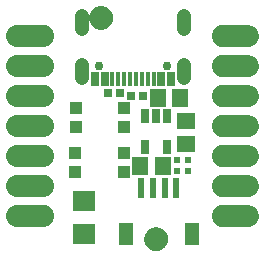
<source format=gbr>
G04 EAGLE Gerber RS-274X export*
G75*
%MOMM*%
%FSLAX34Y34*%
%LPD*%
%INSoldermask Top*%
%IPPOS*%
%AMOC8*
5,1,8,0,0,1.08239X$1,22.5*%
G01*
%ADD10C,1.101600*%
%ADD11C,0.469900*%
%ADD12R,1.341600X1.601600*%
%ADD13R,1.001600X1.001600*%
%ADD14R,0.676600X1.251600*%
%ADD15R,0.376600X1.251600*%
%ADD16C,1.209600*%
%ADD17C,0.751600*%
%ADD18R,0.701600X0.701600*%
%ADD19C,1.879600*%
%ADD20C,1.879600*%
%ADD21R,0.601600X1.651600*%
%ADD22R,1.301600X1.901600*%
%ADD23R,0.651600X1.301600*%
%ADD24R,0.601600X0.601600*%
%ADD25R,1.601600X1.341600*%
%ADD26R,1.901600X1.701600*%


D10*
X61976Y194945D03*
D11*
X61976Y202445D02*
X61795Y202443D01*
X61614Y202436D01*
X61433Y202425D01*
X61252Y202410D01*
X61072Y202390D01*
X60892Y202366D01*
X60713Y202338D01*
X60535Y202305D01*
X60358Y202268D01*
X60181Y202227D01*
X60006Y202182D01*
X59831Y202132D01*
X59658Y202078D01*
X59487Y202020D01*
X59316Y201958D01*
X59148Y201891D01*
X58981Y201821D01*
X58815Y201747D01*
X58652Y201668D01*
X58491Y201586D01*
X58331Y201500D01*
X58174Y201410D01*
X58019Y201316D01*
X57866Y201219D01*
X57716Y201117D01*
X57568Y201013D01*
X57422Y200904D01*
X57280Y200793D01*
X57140Y200677D01*
X57003Y200559D01*
X56868Y200437D01*
X56737Y200312D01*
X56609Y200184D01*
X56484Y200053D01*
X56362Y199918D01*
X56244Y199781D01*
X56128Y199641D01*
X56017Y199499D01*
X55908Y199353D01*
X55804Y199205D01*
X55702Y199055D01*
X55605Y198902D01*
X55511Y198747D01*
X55421Y198590D01*
X55335Y198430D01*
X55253Y198269D01*
X55174Y198106D01*
X55100Y197940D01*
X55030Y197773D01*
X54963Y197605D01*
X54901Y197434D01*
X54843Y197263D01*
X54789Y197090D01*
X54739Y196915D01*
X54694Y196740D01*
X54653Y196563D01*
X54616Y196386D01*
X54583Y196208D01*
X54555Y196029D01*
X54531Y195849D01*
X54511Y195669D01*
X54496Y195488D01*
X54485Y195307D01*
X54478Y195126D01*
X54476Y194945D01*
X61976Y202445D02*
X62157Y202443D01*
X62338Y202436D01*
X62519Y202425D01*
X62700Y202410D01*
X62880Y202390D01*
X63060Y202366D01*
X63239Y202338D01*
X63417Y202305D01*
X63594Y202268D01*
X63771Y202227D01*
X63946Y202182D01*
X64121Y202132D01*
X64294Y202078D01*
X64465Y202020D01*
X64636Y201958D01*
X64804Y201891D01*
X64971Y201821D01*
X65137Y201747D01*
X65300Y201668D01*
X65461Y201586D01*
X65621Y201500D01*
X65778Y201410D01*
X65933Y201316D01*
X66086Y201219D01*
X66236Y201117D01*
X66384Y201013D01*
X66530Y200904D01*
X66672Y200793D01*
X66812Y200677D01*
X66949Y200559D01*
X67084Y200437D01*
X67215Y200312D01*
X67343Y200184D01*
X67468Y200053D01*
X67590Y199918D01*
X67708Y199781D01*
X67824Y199641D01*
X67935Y199499D01*
X68044Y199353D01*
X68148Y199205D01*
X68250Y199055D01*
X68347Y198902D01*
X68441Y198747D01*
X68531Y198590D01*
X68617Y198430D01*
X68699Y198269D01*
X68778Y198106D01*
X68852Y197940D01*
X68922Y197773D01*
X68989Y197605D01*
X69051Y197434D01*
X69109Y197263D01*
X69163Y197090D01*
X69213Y196915D01*
X69258Y196740D01*
X69299Y196563D01*
X69336Y196386D01*
X69369Y196208D01*
X69397Y196029D01*
X69421Y195849D01*
X69441Y195669D01*
X69456Y195488D01*
X69467Y195307D01*
X69474Y195126D01*
X69476Y194945D01*
X69474Y194764D01*
X69467Y194583D01*
X69456Y194402D01*
X69441Y194221D01*
X69421Y194041D01*
X69397Y193861D01*
X69369Y193682D01*
X69336Y193504D01*
X69299Y193327D01*
X69258Y193150D01*
X69213Y192975D01*
X69163Y192800D01*
X69109Y192627D01*
X69051Y192456D01*
X68989Y192285D01*
X68922Y192117D01*
X68852Y191950D01*
X68778Y191784D01*
X68699Y191621D01*
X68617Y191460D01*
X68531Y191300D01*
X68441Y191143D01*
X68347Y190988D01*
X68250Y190835D01*
X68148Y190685D01*
X68044Y190537D01*
X67935Y190391D01*
X67824Y190249D01*
X67708Y190109D01*
X67590Y189972D01*
X67468Y189837D01*
X67343Y189706D01*
X67215Y189578D01*
X67084Y189453D01*
X66949Y189331D01*
X66812Y189213D01*
X66672Y189097D01*
X66530Y188986D01*
X66384Y188877D01*
X66236Y188773D01*
X66086Y188671D01*
X65933Y188574D01*
X65778Y188480D01*
X65621Y188390D01*
X65461Y188304D01*
X65300Y188222D01*
X65137Y188143D01*
X64971Y188069D01*
X64804Y187999D01*
X64636Y187932D01*
X64465Y187870D01*
X64294Y187812D01*
X64121Y187758D01*
X63946Y187708D01*
X63771Y187663D01*
X63594Y187622D01*
X63417Y187585D01*
X63239Y187552D01*
X63060Y187524D01*
X62880Y187500D01*
X62700Y187480D01*
X62519Y187465D01*
X62338Y187454D01*
X62157Y187447D01*
X61976Y187445D01*
X61795Y187447D01*
X61614Y187454D01*
X61433Y187465D01*
X61252Y187480D01*
X61072Y187500D01*
X60892Y187524D01*
X60713Y187552D01*
X60535Y187585D01*
X60358Y187622D01*
X60181Y187663D01*
X60006Y187708D01*
X59831Y187758D01*
X59658Y187812D01*
X59487Y187870D01*
X59316Y187932D01*
X59148Y187999D01*
X58981Y188069D01*
X58815Y188143D01*
X58652Y188222D01*
X58491Y188304D01*
X58331Y188390D01*
X58174Y188480D01*
X58019Y188574D01*
X57866Y188671D01*
X57716Y188773D01*
X57568Y188877D01*
X57422Y188986D01*
X57280Y189097D01*
X57140Y189213D01*
X57003Y189331D01*
X56868Y189453D01*
X56737Y189578D01*
X56609Y189706D01*
X56484Y189837D01*
X56362Y189972D01*
X56244Y190109D01*
X56128Y190249D01*
X56017Y190391D01*
X55908Y190537D01*
X55804Y190685D01*
X55702Y190835D01*
X55605Y190988D01*
X55511Y191143D01*
X55421Y191300D01*
X55335Y191460D01*
X55253Y191621D01*
X55174Y191784D01*
X55100Y191950D01*
X55030Y192117D01*
X54963Y192285D01*
X54901Y192456D01*
X54843Y192627D01*
X54789Y192800D01*
X54739Y192975D01*
X54694Y193150D01*
X54653Y193327D01*
X54616Y193504D01*
X54583Y193682D01*
X54555Y193861D01*
X54531Y194041D01*
X54511Y194221D01*
X54496Y194402D01*
X54485Y194583D01*
X54478Y194764D01*
X54476Y194945D01*
D12*
X114021Y69342D03*
X95021Y69342D03*
X128880Y127381D03*
X109880Y127381D03*
D13*
X40206Y64771D03*
X40206Y80771D03*
X81206Y80771D03*
X81206Y64771D03*
D14*
X120900Y143620D03*
X112900Y143620D03*
D15*
X106400Y143620D03*
X101400Y143620D03*
X96400Y143620D03*
X91400Y143620D03*
X86400Y143620D03*
X81400Y143620D03*
X76400Y143620D03*
X71400Y143620D03*
D14*
X64900Y143620D03*
X56900Y143620D03*
D16*
X132100Y185630D02*
X132100Y196710D01*
X45700Y196710D02*
X45700Y185630D01*
X45700Y154910D02*
X45700Y143830D01*
X132100Y143830D02*
X132100Y154910D01*
D17*
X60000Y154370D03*
X117800Y154370D03*
D18*
X67945Y131064D03*
X78105Y131064D03*
X87630Y129286D03*
X97790Y129286D03*
D19*
X12700Y179705D03*
X12700Y154305D03*
X12700Y128905D03*
X12700Y103505D03*
X12700Y78105D03*
X12700Y52705D03*
X12700Y27305D03*
D20*
X8890Y179705D02*
X-8890Y179705D01*
X-8890Y154305D02*
X8890Y154305D01*
X8890Y128905D02*
X-8890Y128905D01*
X-8890Y103505D02*
X8890Y103505D01*
X8890Y78105D02*
X-8890Y78105D01*
X-8890Y52705D02*
X8890Y52705D01*
X8890Y27305D02*
X-8890Y27305D01*
D21*
X105744Y50921D03*
X115744Y50921D03*
X95744Y50921D03*
X125744Y50921D03*
D22*
X82744Y11921D03*
X138744Y11921D03*
D23*
X118085Y111680D03*
X108585Y111680D03*
X99085Y111680D03*
X99085Y85678D03*
X118085Y85678D03*
D24*
X135937Y65477D03*
X135937Y74477D03*
X125937Y74477D03*
X125937Y65477D03*
D19*
X165100Y27305D03*
X165100Y52705D03*
X165100Y78105D03*
X165100Y103505D03*
X165100Y128905D03*
X165100Y154305D03*
X165100Y179705D03*
D20*
X168910Y27305D02*
X186690Y27305D01*
X186690Y52705D02*
X168910Y52705D01*
X168910Y78105D02*
X186690Y78105D01*
X186690Y103505D02*
X168910Y103505D01*
X168910Y128905D02*
X186690Y128905D01*
X186690Y154305D02*
X168910Y154305D01*
X168910Y179705D02*
X186690Y179705D01*
D10*
X108585Y7620D03*
D11*
X108585Y15120D02*
X108404Y15118D01*
X108223Y15111D01*
X108042Y15100D01*
X107861Y15085D01*
X107681Y15065D01*
X107501Y15041D01*
X107322Y15013D01*
X107144Y14980D01*
X106967Y14943D01*
X106790Y14902D01*
X106615Y14857D01*
X106440Y14807D01*
X106267Y14753D01*
X106096Y14695D01*
X105925Y14633D01*
X105757Y14566D01*
X105590Y14496D01*
X105424Y14422D01*
X105261Y14343D01*
X105100Y14261D01*
X104940Y14175D01*
X104783Y14085D01*
X104628Y13991D01*
X104475Y13894D01*
X104325Y13792D01*
X104177Y13688D01*
X104031Y13579D01*
X103889Y13468D01*
X103749Y13352D01*
X103612Y13234D01*
X103477Y13112D01*
X103346Y12987D01*
X103218Y12859D01*
X103093Y12728D01*
X102971Y12593D01*
X102853Y12456D01*
X102737Y12316D01*
X102626Y12174D01*
X102517Y12028D01*
X102413Y11880D01*
X102311Y11730D01*
X102214Y11577D01*
X102120Y11422D01*
X102030Y11265D01*
X101944Y11105D01*
X101862Y10944D01*
X101783Y10781D01*
X101709Y10615D01*
X101639Y10448D01*
X101572Y10280D01*
X101510Y10109D01*
X101452Y9938D01*
X101398Y9765D01*
X101348Y9590D01*
X101303Y9415D01*
X101262Y9238D01*
X101225Y9061D01*
X101192Y8883D01*
X101164Y8704D01*
X101140Y8524D01*
X101120Y8344D01*
X101105Y8163D01*
X101094Y7982D01*
X101087Y7801D01*
X101085Y7620D01*
X108585Y15120D02*
X108766Y15118D01*
X108947Y15111D01*
X109128Y15100D01*
X109309Y15085D01*
X109489Y15065D01*
X109669Y15041D01*
X109848Y15013D01*
X110026Y14980D01*
X110203Y14943D01*
X110380Y14902D01*
X110555Y14857D01*
X110730Y14807D01*
X110903Y14753D01*
X111074Y14695D01*
X111245Y14633D01*
X111413Y14566D01*
X111580Y14496D01*
X111746Y14422D01*
X111909Y14343D01*
X112070Y14261D01*
X112230Y14175D01*
X112387Y14085D01*
X112542Y13991D01*
X112695Y13894D01*
X112845Y13792D01*
X112993Y13688D01*
X113139Y13579D01*
X113281Y13468D01*
X113421Y13352D01*
X113558Y13234D01*
X113693Y13112D01*
X113824Y12987D01*
X113952Y12859D01*
X114077Y12728D01*
X114199Y12593D01*
X114317Y12456D01*
X114433Y12316D01*
X114544Y12174D01*
X114653Y12028D01*
X114757Y11880D01*
X114859Y11730D01*
X114956Y11577D01*
X115050Y11422D01*
X115140Y11265D01*
X115226Y11105D01*
X115308Y10944D01*
X115387Y10781D01*
X115461Y10615D01*
X115531Y10448D01*
X115598Y10280D01*
X115660Y10109D01*
X115718Y9938D01*
X115772Y9765D01*
X115822Y9590D01*
X115867Y9415D01*
X115908Y9238D01*
X115945Y9061D01*
X115978Y8883D01*
X116006Y8704D01*
X116030Y8524D01*
X116050Y8344D01*
X116065Y8163D01*
X116076Y7982D01*
X116083Y7801D01*
X116085Y7620D01*
X116083Y7439D01*
X116076Y7258D01*
X116065Y7077D01*
X116050Y6896D01*
X116030Y6716D01*
X116006Y6536D01*
X115978Y6357D01*
X115945Y6179D01*
X115908Y6002D01*
X115867Y5825D01*
X115822Y5650D01*
X115772Y5475D01*
X115718Y5302D01*
X115660Y5131D01*
X115598Y4960D01*
X115531Y4792D01*
X115461Y4625D01*
X115387Y4459D01*
X115308Y4296D01*
X115226Y4135D01*
X115140Y3975D01*
X115050Y3818D01*
X114956Y3663D01*
X114859Y3510D01*
X114757Y3360D01*
X114653Y3212D01*
X114544Y3066D01*
X114433Y2924D01*
X114317Y2784D01*
X114199Y2647D01*
X114077Y2512D01*
X113952Y2381D01*
X113824Y2253D01*
X113693Y2128D01*
X113558Y2006D01*
X113421Y1888D01*
X113281Y1772D01*
X113139Y1661D01*
X112993Y1552D01*
X112845Y1448D01*
X112695Y1346D01*
X112542Y1249D01*
X112387Y1155D01*
X112230Y1065D01*
X112070Y979D01*
X111909Y897D01*
X111746Y818D01*
X111580Y744D01*
X111413Y674D01*
X111245Y607D01*
X111074Y545D01*
X110903Y487D01*
X110730Y433D01*
X110555Y383D01*
X110380Y338D01*
X110203Y297D01*
X110026Y260D01*
X109848Y227D01*
X109669Y199D01*
X109489Y175D01*
X109309Y155D01*
X109128Y140D01*
X108947Y129D01*
X108766Y122D01*
X108585Y120D01*
X108404Y122D01*
X108223Y129D01*
X108042Y140D01*
X107861Y155D01*
X107681Y175D01*
X107501Y199D01*
X107322Y227D01*
X107144Y260D01*
X106967Y297D01*
X106790Y338D01*
X106615Y383D01*
X106440Y433D01*
X106267Y487D01*
X106096Y545D01*
X105925Y607D01*
X105757Y674D01*
X105590Y744D01*
X105424Y818D01*
X105261Y897D01*
X105100Y979D01*
X104940Y1065D01*
X104783Y1155D01*
X104628Y1249D01*
X104475Y1346D01*
X104325Y1448D01*
X104177Y1552D01*
X104031Y1661D01*
X103889Y1772D01*
X103749Y1888D01*
X103612Y2006D01*
X103477Y2128D01*
X103346Y2253D01*
X103218Y2381D01*
X103093Y2512D01*
X102971Y2647D01*
X102853Y2784D01*
X102737Y2924D01*
X102626Y3066D01*
X102517Y3212D01*
X102413Y3360D01*
X102311Y3510D01*
X102214Y3663D01*
X102120Y3818D01*
X102030Y3975D01*
X101944Y4135D01*
X101862Y4296D01*
X101783Y4459D01*
X101709Y4625D01*
X101639Y4792D01*
X101572Y4960D01*
X101510Y5131D01*
X101452Y5302D01*
X101398Y5475D01*
X101348Y5650D01*
X101303Y5825D01*
X101262Y6002D01*
X101225Y6179D01*
X101192Y6357D01*
X101164Y6536D01*
X101140Y6716D01*
X101120Y6896D01*
X101105Y7077D01*
X101094Y7258D01*
X101087Y7439D01*
X101085Y7620D01*
D25*
X134239Y88544D03*
X134239Y107544D03*
D26*
X47371Y40416D03*
X47371Y12416D03*
D13*
X40460Y102490D03*
X40460Y118490D03*
X81460Y118490D03*
X81460Y102490D03*
M02*

</source>
